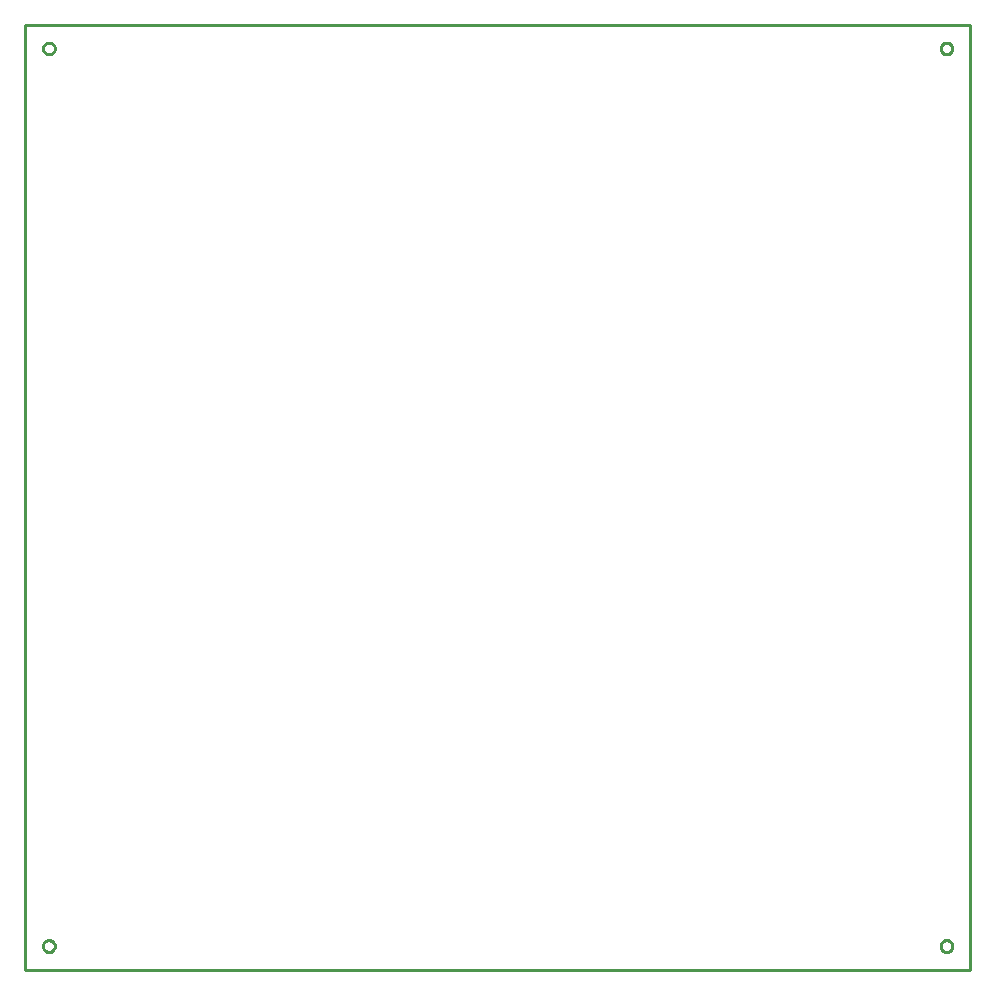
<source format=gbr>
G04 EAGLE Gerber RS-274X export*
G75*
%MOMM*%
%FSLAX34Y34*%
%LPD*%
%IN*%
%IPPOS*%
%AMOC8*
5,1,8,0,0,1.08239X$1,22.5*%
G01*
%ADD10C,0.254000*%


D10*
X0Y0D02*
X800000Y0D01*
X800000Y800000D01*
X0Y800000D01*
X0Y0D01*
X785000Y19719D02*
X784937Y19161D01*
X784812Y18614D01*
X784627Y18084D01*
X784383Y17578D01*
X784084Y17102D01*
X783734Y16663D01*
X783337Y16266D01*
X782898Y15916D01*
X782422Y15617D01*
X781916Y15373D01*
X781386Y15188D01*
X780839Y15063D01*
X780281Y15000D01*
X779719Y15000D01*
X779161Y15063D01*
X778614Y15188D01*
X778084Y15373D01*
X777578Y15617D01*
X777102Y15916D01*
X776663Y16266D01*
X776266Y16663D01*
X775916Y17102D01*
X775617Y17578D01*
X775373Y18084D01*
X775188Y18614D01*
X775063Y19161D01*
X775000Y19719D01*
X775000Y20281D01*
X775063Y20839D01*
X775188Y21386D01*
X775373Y21916D01*
X775617Y22422D01*
X775916Y22898D01*
X776266Y23337D01*
X776663Y23734D01*
X777102Y24084D01*
X777578Y24383D01*
X778084Y24627D01*
X778614Y24812D01*
X779161Y24937D01*
X779719Y25000D01*
X780281Y25000D01*
X780839Y24937D01*
X781386Y24812D01*
X781916Y24627D01*
X782422Y24383D01*
X782898Y24084D01*
X783337Y23734D01*
X783734Y23337D01*
X784084Y22898D01*
X784383Y22422D01*
X784627Y21916D01*
X784812Y21386D01*
X784937Y20839D01*
X785000Y20281D01*
X785000Y19719D01*
X25000Y19819D02*
X24937Y19261D01*
X24812Y18714D01*
X24627Y18184D01*
X24383Y17678D01*
X24084Y17202D01*
X23734Y16763D01*
X23337Y16366D01*
X22898Y16016D01*
X22422Y15717D01*
X21916Y15473D01*
X21386Y15288D01*
X20839Y15163D01*
X20281Y15100D01*
X19719Y15100D01*
X19161Y15163D01*
X18614Y15288D01*
X18084Y15473D01*
X17578Y15717D01*
X17102Y16016D01*
X16663Y16366D01*
X16266Y16763D01*
X15916Y17202D01*
X15617Y17678D01*
X15373Y18184D01*
X15188Y18714D01*
X15063Y19261D01*
X15000Y19819D01*
X15000Y20381D01*
X15063Y20939D01*
X15188Y21486D01*
X15373Y22016D01*
X15617Y22522D01*
X15916Y22998D01*
X16266Y23437D01*
X16663Y23834D01*
X17102Y24184D01*
X17578Y24483D01*
X18084Y24727D01*
X18614Y24912D01*
X19161Y25037D01*
X19719Y25100D01*
X20281Y25100D01*
X20839Y25037D01*
X21386Y24912D01*
X21916Y24727D01*
X22422Y24483D01*
X22898Y24184D01*
X23337Y23834D01*
X23734Y23437D01*
X24084Y22998D01*
X24383Y22522D01*
X24627Y22016D01*
X24812Y21486D01*
X24937Y20939D01*
X25000Y20381D01*
X25000Y19819D01*
X25100Y779719D02*
X25037Y779161D01*
X24912Y778614D01*
X24727Y778084D01*
X24483Y777578D01*
X24184Y777102D01*
X23834Y776663D01*
X23437Y776266D01*
X22998Y775916D01*
X22522Y775617D01*
X22016Y775373D01*
X21486Y775188D01*
X20939Y775063D01*
X20381Y775000D01*
X19819Y775000D01*
X19261Y775063D01*
X18714Y775188D01*
X18184Y775373D01*
X17678Y775617D01*
X17202Y775916D01*
X16763Y776266D01*
X16366Y776663D01*
X16016Y777102D01*
X15717Y777578D01*
X15473Y778084D01*
X15288Y778614D01*
X15163Y779161D01*
X15100Y779719D01*
X15100Y780281D01*
X15163Y780839D01*
X15288Y781386D01*
X15473Y781916D01*
X15717Y782422D01*
X16016Y782898D01*
X16366Y783337D01*
X16763Y783734D01*
X17202Y784084D01*
X17678Y784383D01*
X18184Y784627D01*
X18714Y784812D01*
X19261Y784937D01*
X19819Y785000D01*
X20381Y785000D01*
X20939Y784937D01*
X21486Y784812D01*
X22016Y784627D01*
X22522Y784383D01*
X22998Y784084D01*
X23437Y783734D01*
X23834Y783337D01*
X24184Y782898D01*
X24483Y782422D01*
X24727Y781916D01*
X24912Y781386D01*
X25037Y780839D01*
X25100Y780281D01*
X25100Y779719D01*
X785000Y779719D02*
X784937Y779161D01*
X784812Y778614D01*
X784627Y778084D01*
X784383Y777578D01*
X784084Y777102D01*
X783734Y776663D01*
X783337Y776266D01*
X782898Y775916D01*
X782422Y775617D01*
X781916Y775373D01*
X781386Y775188D01*
X780839Y775063D01*
X780281Y775000D01*
X779719Y775000D01*
X779161Y775063D01*
X778614Y775188D01*
X778084Y775373D01*
X777578Y775617D01*
X777102Y775916D01*
X776663Y776266D01*
X776266Y776663D01*
X775916Y777102D01*
X775617Y777578D01*
X775373Y778084D01*
X775188Y778614D01*
X775063Y779161D01*
X775000Y779719D01*
X775000Y780281D01*
X775063Y780839D01*
X775188Y781386D01*
X775373Y781916D01*
X775617Y782422D01*
X775916Y782898D01*
X776266Y783337D01*
X776663Y783734D01*
X777102Y784084D01*
X777578Y784383D01*
X778084Y784627D01*
X778614Y784812D01*
X779161Y784937D01*
X779719Y785000D01*
X780281Y785000D01*
X780839Y784937D01*
X781386Y784812D01*
X781916Y784627D01*
X782422Y784383D01*
X782898Y784084D01*
X783337Y783734D01*
X783734Y783337D01*
X784084Y782898D01*
X784383Y782422D01*
X784627Y781916D01*
X784812Y781386D01*
X784937Y780839D01*
X785000Y780281D01*
X785000Y779719D01*
M02*

</source>
